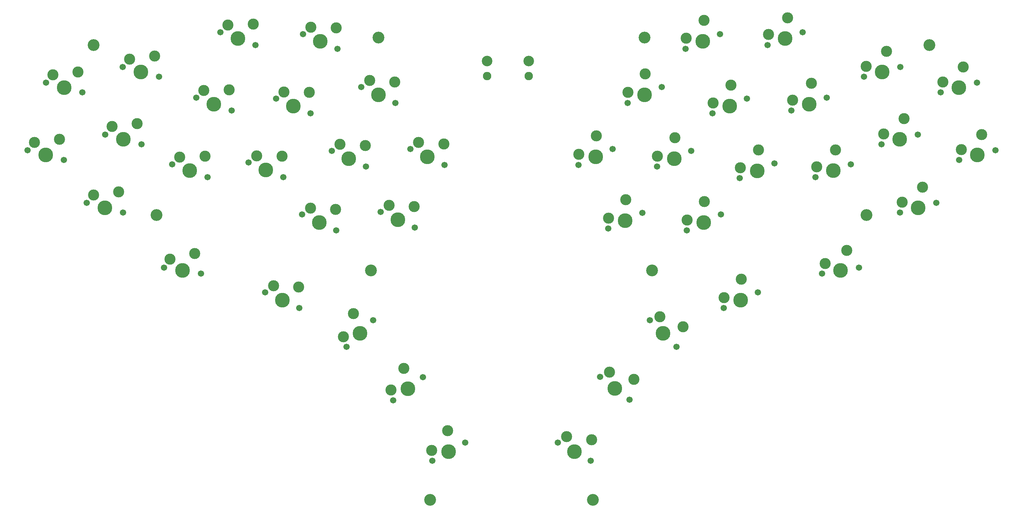
<source format=gbr>
%TF.GenerationSoftware,KiCad,Pcbnew,(6.0.7-1)-1*%
%TF.CreationDate,2022-12-23T00:58:57+01:00*%
%TF.ProjectId,acacia,61636163-6961-42e6-9b69-6361645f7063,rev?*%
%TF.SameCoordinates,Original*%
%TF.FileFunction,Soldermask,Top*%
%TF.FilePolarity,Negative*%
%FSLAX46Y46*%
G04 Gerber Fmt 4.6, Leading zero omitted, Abs format (unit mm)*
G04 Created by KiCad (PCBNEW (6.0.7-1)-1) date 2022-12-23 00:58:57*
%MOMM*%
%LPD*%
G01*
G04 APERTURE LIST*
%ADD10C,3.200000*%
%ADD11C,3.000000*%
%ADD12C,1.701800*%
%ADD13C,3.987800*%
%ADD14C,2.280000*%
%ADD15C,2.850000*%
G04 APERTURE END LIST*
D10*
%TO.C,H6*%
X48000000Y-58500000D03*
%TD*%
D11*
%TO.C,SW29*%
X187223517Y-105308154D03*
D12*
X196354044Y-103853099D03*
X187145956Y-108146901D03*
D13*
X191750000Y-106000000D03*
D11*
X191905121Y-100322506D03*
%TD*%
D12*
%TO.C,SW10*%
X89897670Y-90280172D03*
D11*
X92059169Y-88438318D03*
X98896831Y-88581378D03*
D13*
X94573835Y-92265086D03*
D12*
X99250000Y-94250000D03*
%TD*%
D10*
%TO.C,H9*%
X123000000Y-119500000D03*
%TD*%
D11*
%TO.C,SW1*%
X52977223Y-80560448D03*
D13*
X56000000Y-84000000D03*
D12*
X60906903Y-85314801D03*
D11*
X59768252Y-79750497D03*
D12*
X51093097Y-82685199D03*
%TD*%
%TO.C,SW6*%
X75726361Y-72762538D03*
X85273639Y-76237462D03*
D11*
X77788502Y-70810084D03*
X84624282Y-70595093D03*
D13*
X80500000Y-74500000D03*
%TD*%
D12*
%TO.C,SW41*%
X179145956Y-90896901D03*
D11*
X179223517Y-88058154D03*
D12*
X188354044Y-86603099D03*
D13*
X183750000Y-88750000D03*
D11*
X183905121Y-83072506D03*
%TD*%
D13*
%TO.C,SW4*%
X35000000Y-88250000D03*
D12*
X39906903Y-89564801D03*
D11*
X31977223Y-84810448D03*
D12*
X30093097Y-86935199D03*
D11*
X38768252Y-84000497D03*
%TD*%
D12*
%TO.C,SW26*%
X192395956Y-74146901D03*
X201604044Y-69853099D03*
D11*
X197155121Y-66322506D03*
X192473517Y-71308154D03*
D13*
X197000000Y-72000000D03*
%TD*%
D11*
%TO.C,SW24*%
X187500000Y-147000000D03*
X194067649Y-148907904D03*
D13*
X188938541Y-151347218D03*
D12*
X192941636Y-154474778D03*
X184935446Y-148219658D03*
%TD*%
D13*
%TO.C,SW2*%
X51000000Y-102500000D03*
D12*
X46093097Y-101185199D03*
D11*
X54768252Y-98250497D03*
D12*
X55906903Y-103814801D03*
D11*
X47977223Y-99060448D03*
%TD*%
D12*
%TO.C,SW8*%
X104573835Y-55515086D03*
D11*
X113572996Y-53816292D03*
D12*
X113926165Y-59484914D03*
D11*
X106735334Y-53673232D03*
D13*
X109250000Y-57500000D03*
%TD*%
D11*
%TO.C,SW30*%
X282662422Y-86782649D03*
D12*
X282093097Y-89564801D03*
D13*
X287000000Y-88250000D03*
D12*
X291906903Y-86935199D03*
D11*
X288138651Y-82685696D03*
%TD*%
%TO.C,SW17*%
X96620418Y-123587803D03*
D12*
X94395956Y-125353099D03*
D13*
X99000000Y-127500000D03*
D12*
X103604044Y-129646901D03*
D11*
X103448923Y-123969407D03*
%TD*%
D10*
%TO.C,H8*%
X257000000Y-104500000D03*
%TD*%
D11*
%TO.C,SW14*%
X142698923Y-85219407D03*
D12*
X142854044Y-90896901D03*
D13*
X138250000Y-88750000D03*
D12*
X133645956Y-86603099D03*
D11*
X135870418Y-84837803D03*
%TD*%
%TO.C,SW40*%
X266662422Y-101032649D03*
D12*
X266093097Y-103814801D03*
X275906903Y-101185199D03*
D11*
X272138651Y-96935696D03*
D13*
X271000000Y-102500000D03*
%TD*%
D11*
%TO.C,SW27*%
X200473517Y-88558154D03*
D12*
X200395956Y-91396901D03*
D11*
X205155121Y-83572506D03*
D12*
X209604044Y-87103099D03*
D13*
X205000000Y-89250000D03*
%TD*%
D10*
%TO.C,H4*%
X65000000Y-104500000D03*
%TD*%
D12*
%TO.C,SW13*%
X104395956Y-104353099D03*
X113604044Y-108646901D03*
D11*
X113448923Y-102969407D03*
X106620418Y-102587803D03*
D13*
X109000000Y-106500000D03*
%TD*%
D11*
%TO.C,SW16*%
X68634251Y-116395256D03*
D12*
X66982543Y-118705313D03*
D13*
X72000000Y-119500000D03*
D11*
X75303415Y-114879887D03*
D12*
X77017457Y-120294687D03*
%TD*%
D11*
%TO.C,SW35*%
X237051040Y-73416277D03*
D13*
X241500000Y-74500000D03*
D11*
X242149357Y-68857630D03*
D12*
X246273639Y-72762538D03*
X236726361Y-76237462D03*
%TD*%
D13*
%TO.C,SW32*%
X220000000Y-75000000D03*
D11*
X220353168Y-69331378D03*
D12*
X215323835Y-76984914D03*
D11*
X215500419Y-74150603D03*
D12*
X224676165Y-73015086D03*
%TD*%
D11*
%TO.C,SW23*%
X201101974Y-132009872D03*
X207388154Y-134703949D03*
D13*
X202000000Y-136500000D03*
D12*
X205592102Y-140092102D03*
X198407898Y-132907898D03*
%TD*%
D11*
%TO.C,SW28*%
X213155121Y-100822506D03*
X208473517Y-105808154D03*
D13*
X213000000Y-106500000D03*
D12*
X208395956Y-108646901D03*
X217604044Y-104353099D03*
%TD*%
D11*
%TO.C,SW48*%
X64518252Y-61500497D03*
D12*
X65656903Y-67064801D03*
D13*
X60750000Y-65750000D03*
D11*
X57727223Y-62310448D03*
D12*
X55843097Y-64435199D03*
%TD*%
D10*
%TO.C,H1*%
X197000000Y-56500000D03*
%TD*%
D11*
%TO.C,SW20*%
X143744075Y-162825515D03*
D13*
X143985374Y-168500000D03*
D11*
X139421656Y-168125591D03*
D12*
X148428442Y-166037167D03*
X139542306Y-170962833D03*
%TD*%
D11*
%TO.C,SW12*%
X121448923Y-85719407D03*
D12*
X121604044Y-91396901D03*
D13*
X117000000Y-89250000D03*
D11*
X114620418Y-85337803D03*
D12*
X112395956Y-87103099D03*
%TD*%
D13*
%TO.C,SW42*%
X282000000Y-70000000D03*
D11*
X283138651Y-64435696D03*
X277662422Y-68532649D03*
D12*
X286906903Y-68685199D03*
X277093097Y-71314801D03*
%TD*%
%TO.C,SW21*%
X244982543Y-120294687D03*
D13*
X250000000Y-119500000D03*
D11*
X245839564Y-117587287D03*
D12*
X255017457Y-118705313D03*
D11*
X251714041Y-114085200D03*
%TD*%
D10*
%TO.C,H2*%
X183000000Y-181500000D03*
%TD*%
D12*
%TO.C,SW33*%
X222750000Y-94500000D03*
X232102330Y-90530172D03*
D13*
X227426165Y-92515086D03*
D11*
X227779333Y-86846464D03*
X222926584Y-91665689D03*
%TD*%
D12*
%TO.C,SW36*%
X243226361Y-94237462D03*
D11*
X248649357Y-86857630D03*
X243551040Y-91416277D03*
D13*
X248000000Y-92500000D03*
D12*
X252773639Y-90762538D03*
%TD*%
D13*
%TO.C,SW34*%
X235000000Y-56750000D03*
D12*
X230226361Y-58487462D03*
D11*
X230551040Y-55666277D03*
X235649357Y-51107630D03*
D12*
X239773639Y-55012538D03*
%TD*%
%TO.C,SW25*%
X173556932Y-166037167D03*
D11*
X182684367Y-165288348D03*
D12*
X182443068Y-170962833D03*
D11*
X175899115Y-164431341D03*
D13*
X178000000Y-168500000D03*
%TD*%
D11*
%TO.C,SW18*%
X115509872Y-137398026D03*
X118203949Y-131111846D03*
D12*
X123592102Y-132907898D03*
D13*
X120000000Y-136500000D03*
D12*
X116407898Y-140092102D03*
%TD*%
D10*
%TO.C,H3*%
X125000000Y-56500000D03*
%TD*%
D11*
%TO.C,SW7*%
X71288502Y-88810084D03*
X78124282Y-88595093D03*
D12*
X69226361Y-90762538D03*
D13*
X74000000Y-92500000D03*
D12*
X78773639Y-94237462D03*
%TD*%
D13*
%TO.C,SW19*%
X133000000Y-151500000D03*
D11*
X128433899Y-151844123D03*
D12*
X128996905Y-154627560D03*
X137003095Y-148372440D03*
D11*
X131873987Y-145933125D03*
%TD*%
%TO.C,SW5*%
X84288502Y-53060084D03*
D13*
X87000000Y-56750000D03*
D12*
X82226361Y-55012538D03*
X91773639Y-58487462D03*
D11*
X91124282Y-52845093D03*
%TD*%
D12*
%TO.C,SW39*%
X261093097Y-85314801D03*
X270906903Y-82685199D03*
D11*
X267138651Y-78435696D03*
D13*
X266000000Y-84000000D03*
D11*
X261662422Y-82532649D03*
%TD*%
D10*
%TO.C,H7*%
X199000000Y-119500000D03*
%TD*%
D12*
%TO.C,SW11*%
X129604044Y-74146901D03*
D13*
X125000000Y-72000000D03*
D11*
X122620418Y-68087803D03*
X129448923Y-68469407D03*
D12*
X120395956Y-69853099D03*
%TD*%
D13*
%TO.C,SW15*%
X130250000Y-105750000D03*
D11*
X134698923Y-102219407D03*
D12*
X134854044Y-107896901D03*
D11*
X127870418Y-101837803D03*
D12*
X125645956Y-103603099D03*
%TD*%
D13*
%TO.C,SW38*%
X261250000Y-65750000D03*
D11*
X256912422Y-64282649D03*
D12*
X266156903Y-64435199D03*
X256343097Y-67064801D03*
D11*
X262388651Y-60185696D03*
%TD*%
D10*
%TO.C,H5*%
X274000000Y-58500000D03*
%TD*%
D11*
%TO.C,SW3*%
X43768252Y-65750497D03*
D12*
X44906903Y-71314801D03*
X35093097Y-68685199D03*
D11*
X36977223Y-66560448D03*
D13*
X40000000Y-70000000D03*
%TD*%
%TO.C,SW22*%
X223000000Y-127500000D03*
D11*
X218473517Y-126808154D03*
X223155121Y-121822506D03*
D12*
X227604044Y-125353099D03*
X218395956Y-129646901D03*
%TD*%
D13*
%TO.C,SW31*%
X212750000Y-57500000D03*
D11*
X213103168Y-51831378D03*
X208250419Y-56650603D03*
D12*
X208073835Y-59484914D03*
X217426165Y-55515086D03*
%TD*%
D10*
%TO.C,H10*%
X139000000Y-181500000D03*
%TD*%
D11*
%TO.C,SW9*%
X99485334Y-71173232D03*
X106322996Y-71316292D03*
D13*
X102000000Y-75000000D03*
D12*
X106676165Y-76984914D03*
X97323835Y-73015086D03*
%TD*%
D14*
%TO.C,J1*%
X154380000Y-66850000D03*
X165620000Y-66850000D03*
D15*
X154380000Y-62850000D03*
X165620000Y-62850000D03*
%TD*%
M02*

</source>
